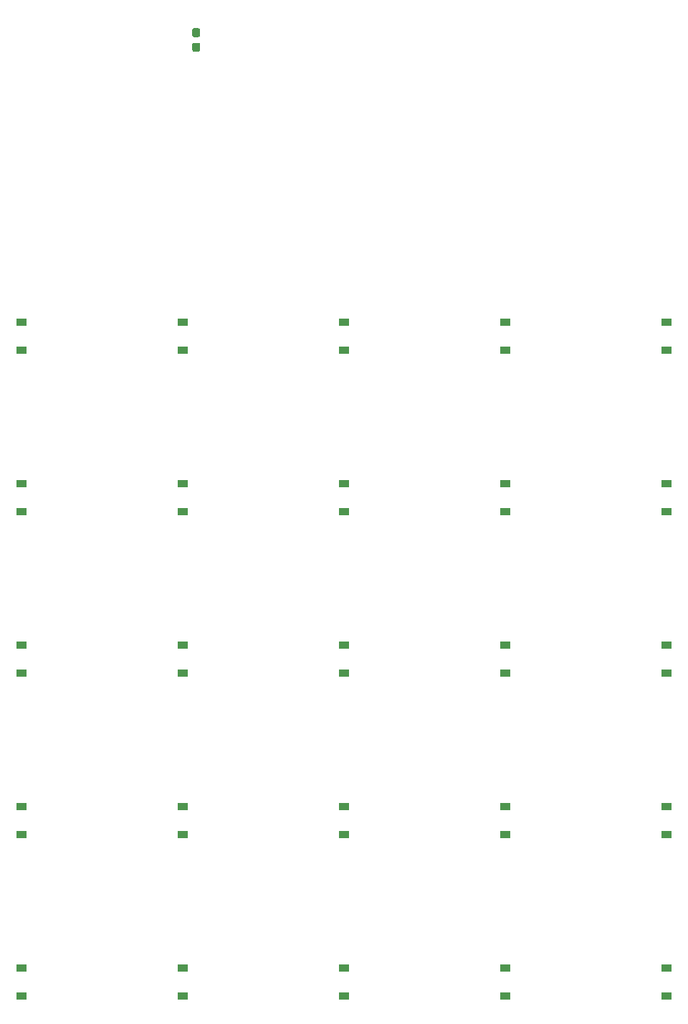
<source format=gbr>
%TF.GenerationSoftware,KiCad,Pcbnew,(5.1.8)-1*%
%TF.CreationDate,2020-11-22T17:19:48-05:00*%
%TF.ProjectId,macro_keyboard_pcb,6d616372-6f5f-46b6-9579-626f6172645f,rev?*%
%TF.SameCoordinates,Original*%
%TF.FileFunction,Paste,Bot*%
%TF.FilePolarity,Positive*%
%FSLAX46Y46*%
G04 Gerber Fmt 4.6, Leading zero omitted, Abs format (unit mm)*
G04 Created by KiCad (PCBNEW (5.1.8)-1) date 2020-11-22 17:19:48*
%MOMM*%
%LPD*%
G01*
G04 APERTURE LIST*
%ADD10R,1.200000X0.900000*%
G04 APERTURE END LIST*
D10*
%TO.C,D25*%
X126206250Y-165037500D03*
X126206250Y-168337500D03*
%TD*%
%TO.C,D24*%
X126206250Y-145987500D03*
X126206250Y-149287500D03*
%TD*%
%TO.C,D23*%
X126206250Y-126937500D03*
X126206250Y-130237500D03*
%TD*%
%TO.C,D22*%
X126206250Y-107887500D03*
X126206250Y-111187500D03*
%TD*%
%TO.C,D21*%
X126206250Y-88837500D03*
X126206250Y-92137500D03*
%TD*%
%TO.C,D20*%
X107156250Y-165037500D03*
X107156250Y-168337500D03*
%TD*%
%TO.C,D19*%
X107156250Y-145987500D03*
X107156250Y-149287500D03*
%TD*%
%TO.C,D18*%
X107156250Y-126937500D03*
X107156250Y-130237500D03*
%TD*%
%TO.C,D17*%
X107156250Y-107887500D03*
X107156250Y-111187500D03*
%TD*%
%TO.C,D16*%
X107156250Y-88837500D03*
X107156250Y-92137500D03*
%TD*%
%TO.C,D15*%
X88106250Y-165037500D03*
X88106250Y-168337500D03*
%TD*%
%TO.C,D14*%
X88106250Y-145987500D03*
X88106250Y-149287500D03*
%TD*%
%TO.C,D13*%
X88106250Y-126937500D03*
X88106250Y-130237500D03*
%TD*%
%TO.C,D12*%
X88106250Y-107887500D03*
X88106250Y-111187500D03*
%TD*%
%TO.C,D11*%
X88106250Y-88837500D03*
X88106250Y-92137500D03*
%TD*%
%TO.C,D10*%
X69056250Y-165037500D03*
X69056250Y-168337500D03*
%TD*%
%TO.C,D9*%
X69056250Y-145987500D03*
X69056250Y-149287500D03*
%TD*%
%TO.C,D8*%
X69056250Y-126937500D03*
X69056250Y-130237500D03*
%TD*%
%TO.C,D7*%
X69056250Y-107887500D03*
X69056250Y-111187500D03*
%TD*%
%TO.C,D6*%
X69056250Y-88837500D03*
X69056250Y-92137500D03*
%TD*%
%TO.C,D5*%
X50006250Y-165037500D03*
X50006250Y-168337500D03*
%TD*%
%TO.C,D4*%
X50006250Y-145987500D03*
X50006250Y-149287500D03*
%TD*%
%TO.C,D3*%
X50006250Y-126937500D03*
X50006250Y-130237500D03*
%TD*%
%TO.C,D2*%
X50006250Y-107887500D03*
X50006250Y-111187500D03*
%TD*%
%TO.C,D1*%
X50006250Y-88837500D03*
X50006250Y-92137500D03*
%TD*%
%TO.C,C1*%
G36*
G01*
X70881250Y-56962500D02*
X70406250Y-56962500D01*
G75*
G02*
X70168750Y-56725000I0J237500D01*
G01*
X70168750Y-56125000D01*
G75*
G02*
X70406250Y-55887500I237500J0D01*
G01*
X70881250Y-55887500D01*
G75*
G02*
X71118750Y-56125000I0J-237500D01*
G01*
X71118750Y-56725000D01*
G75*
G02*
X70881250Y-56962500I-237500J0D01*
G01*
G37*
G36*
G01*
X70881250Y-55237500D02*
X70406250Y-55237500D01*
G75*
G02*
X70168750Y-55000000I0J237500D01*
G01*
X70168750Y-54400000D01*
G75*
G02*
X70406250Y-54162500I237500J0D01*
G01*
X70881250Y-54162500D01*
G75*
G02*
X71118750Y-54400000I0J-237500D01*
G01*
X71118750Y-55000000D01*
G75*
G02*
X70881250Y-55237500I-237500J0D01*
G01*
G37*
%TD*%
M02*

</source>
